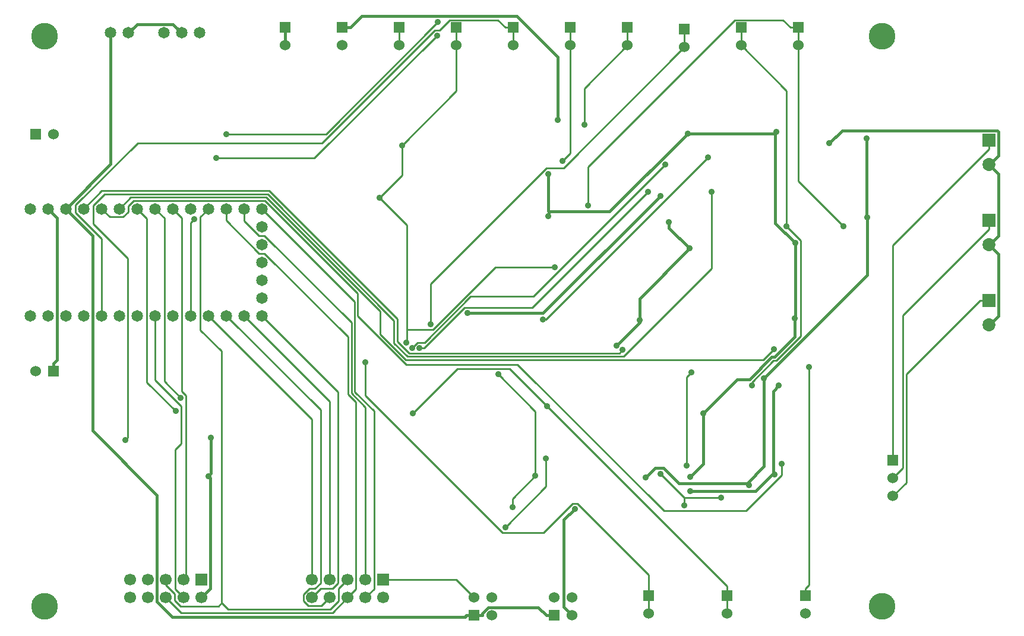
<source format=gbl>
%TF.GenerationSoftware,KiCad,Pcbnew,5.1.7-a382d34a8~87~ubuntu18.04.1*%
%TF.CreationDate,2023-02-22T17:15:09-08:00*%
%TF.ProjectId,potentiostat,706f7465-6e74-4696-9f73-7461742e6b69,rev?*%
%TF.SameCoordinates,Original*%
%TF.FileFunction,Copper,L2,Bot*%
%TF.FilePolarity,Positive*%
%FSLAX46Y46*%
G04 Gerber Fmt 4.6, Leading zero omitted, Abs format (unit mm)*
G04 Created by KiCad (PCBNEW 5.1.7-a382d34a8~87~ubuntu18.04.1) date 2023-02-22 17:15:09*
%MOMM*%
%LPD*%
G01*
G04 APERTURE LIST*
%TA.AperFunction,ComponentPad*%
%ADD10C,1.651000*%
%TD*%
%TA.AperFunction,ComponentPad*%
%ADD11R,1.524000X1.524000*%
%TD*%
%TA.AperFunction,ComponentPad*%
%ADD12C,1.524000*%
%TD*%
%TA.AperFunction,ComponentPad*%
%ADD13C,1.700000*%
%TD*%
%TA.AperFunction,ComponentPad*%
%ADD14R,1.700000X1.700000*%
%TD*%
%TA.AperFunction,ComponentPad*%
%ADD15C,3.810000*%
%TD*%
%TA.AperFunction,ComponentPad*%
%ADD16R,1.854200X1.854200*%
%TD*%
%TA.AperFunction,ComponentPad*%
%ADD17C,1.854200*%
%TD*%
%TA.AperFunction,ViaPad*%
%ADD18C,0.889000*%
%TD*%
%TA.AperFunction,Conductor*%
%ADD19C,0.381000*%
%TD*%
%TA.AperFunction,Conductor*%
%ADD20C,0.254000*%
%TD*%
G04 APERTURE END LIST*
D10*
%TO.P,U2,33*%
%TO.N,Net-(U2-Pad33)*%
X52540000Y-79180000D03*
%TO.P,U2,32*%
%TO.N,/GND*%
X55080000Y-79180000D03*
%TO.P,U2,31*%
%TO.N,/5V*%
X57620000Y-79180000D03*
%TO.P,U2,30*%
%TO.N,/SW_WRK_ELECT*%
X60160000Y-79180000D03*
%TO.P,U2,29*%
%TO.N,/SW_REF_ELECT*%
X62700000Y-79180000D03*
%TO.P,U2,28*%
%TO.N,/SW_CTR_ELECT*%
X65240000Y-79180000D03*
%TO.P,U2,27*%
%TO.N,/TIA_GAIN_A1*%
X67780000Y-79180000D03*
%TO.P,U2,26*%
%TO.N,/TIA_GAIN_A0*%
X70320000Y-79180000D03*
%TO.P,U2,25*%
%TO.N,/D7*%
X72860000Y-79180000D03*
%TO.P,U2,24*%
%TO.N,Net-(U2-Pad24)*%
X75400000Y-79180000D03*
%TO.P,U2,23*%
%TO.N,/SCL*%
X77940000Y-79180000D03*
%TO.P,U2,22*%
%TO.N,/SDA*%
X80480000Y-79180000D03*
%TO.P,U2,21*%
%TO.N,/TX_D1*%
X83020000Y-79180000D03*
%TO.P,U2,20*%
%TO.N,/RX_D0*%
X85560000Y-79180000D03*
%TO.P,U2,19*%
%TO.N,/DAC_GAIN_A1*%
X85560000Y-81720000D03*
%TO.P,U2,18*%
%TO.N,/DAC_GAIN_A0*%
X85560000Y-84260000D03*
%TO.P,U2,17*%
%TO.N,Net-(U2-Pad17)*%
X85560000Y-86800000D03*
%TO.P,U2,16*%
%TO.N,Net-(U2-Pad16)*%
X85560000Y-89340000D03*
%TO.P,U2,15*%
%TO.N,Net-(U2-Pad15)*%
X85560000Y-91880000D03*
%TO.P,U2,14*%
%TO.N,/CS*%
X85560000Y-94420000D03*
%TO.P,U2,13*%
%TO.N,/POCI*%
X83020000Y-94420000D03*
%TO.P,U2,12*%
%TO.N,/PICO*%
X80480000Y-94420000D03*
%TO.P,U2,11*%
%TO.N,/SCK*%
X77940000Y-94420000D03*
%TO.P,U2,10*%
%TO.N,/REF_GAIN_A1*%
X75400000Y-94420000D03*
%TO.P,U2,9*%
%TO.N,/REF_GAIN_A0*%
X72860000Y-94420000D03*
%TO.P,U2,8*%
%TO.N,/A3_D17*%
X70320000Y-94420000D03*
%TO.P,U2,7*%
%TO.N,/REF_ELECT_UNI*%
X67780000Y-94420000D03*
%TO.P,U2,6*%
%TO.N,/TIA_OUT_UNI*%
X65240000Y-94420000D03*
%TO.P,U2,5*%
%TO.N,/DAC_UNI*%
X62700000Y-94420000D03*
%TO.P,U2,4*%
%TO.N,Net-(U2-Pad4)*%
X60160000Y-94420000D03*
%TO.P,U2,3*%
%TO.N,Net-(U2-Pad3)*%
X57620000Y-94420000D03*
%TO.P,U2,2*%
%TO.N,/3V3*%
X55080000Y-94420000D03*
%TO.P,U2,1*%
%TO.N,Net-(U2-Pad1)*%
X52540000Y-94420000D03*
%TD*%
D11*
%TO.P,P5,1*%
%TO.N,/GND*%
X53340000Y-68580000D03*
D12*
%TO.P,P5,2*%
X55880000Y-68580000D03*
%TD*%
D11*
%TO.P,K1,1*%
%TO.N,/CTR_ELECT_OUT*%
X175514000Y-115062000D03*
D12*
%TO.P,K1,2*%
%TO.N,/REF_ELECT_OUT*%
X175514000Y-117602000D03*
%TO.P,K1,3*%
%TO.N,/WRK_ELECT_OUT*%
X175514000Y-120142000D03*
%TD*%
D13*
%TO.P,P14,10*%
%TO.N,/CS*%
X66802000Y-134620000D03*
%TO.P,P14,9*%
%TO.N,/SCK*%
X66802000Y-132080000D03*
%TO.P,P14,8*%
%TO.N,/PICO*%
X69342000Y-134620000D03*
%TO.P,P14,7*%
%TO.N,/POCI*%
X69342000Y-132080000D03*
%TO.P,P14,6*%
%TO.N,/SDA*%
X71882000Y-134620000D03*
%TO.P,P14,5*%
%TO.N,/SCL*%
X71882000Y-132080000D03*
%TO.P,P14,4*%
%TO.N,/A3_D17*%
X74422000Y-134620000D03*
%TO.P,P14,3*%
%TO.N,/D7*%
X74422000Y-132080000D03*
%TO.P,P14,2*%
%TO.N,/GND*%
X76962000Y-134620000D03*
D14*
%TO.P,P14,1*%
%TO.N,/VEXP*%
X76962000Y-132080000D03*
%TD*%
D13*
%TO.P,P13,10*%
%TO.N,/CS*%
X92710000Y-134620000D03*
%TO.P,P13,9*%
%TO.N,/SCK*%
X92710000Y-132080000D03*
%TO.P,P13,8*%
%TO.N,/PICO*%
X95250000Y-134620000D03*
%TO.P,P13,7*%
%TO.N,/POCI*%
X95250000Y-132080000D03*
%TO.P,P13,6*%
%TO.N,/SDA*%
X97790000Y-134620000D03*
%TO.P,P13,5*%
%TO.N,/SCL*%
X97790000Y-132080000D03*
%TO.P,P13,4*%
%TO.N,/RX_D0*%
X100330000Y-134620000D03*
%TO.P,P13,3*%
%TO.N,/TX_D1*%
X100330000Y-132080000D03*
%TO.P,P13,2*%
%TO.N,/GND*%
X102870000Y-134620000D03*
D14*
%TO.P,P13,1*%
%TO.N,/VUEXT*%
X102870000Y-132080000D03*
%TD*%
D11*
%TO.P,P7,1*%
%TO.N,/DAC_BIP*%
X129540000Y-53340000D03*
D12*
%TO.P,P7,2*%
X129540000Y-55880000D03*
%TD*%
D11*
%TO.P,P9,1*%
%TO.N,/DAC_BIP_NX*%
X137668000Y-53340000D03*
D12*
%TO.P,P9,2*%
X137668000Y-55880000D03*
%TD*%
D11*
%TO.P,P20,1*%
%TO.N,/CTR_ELECT*%
X163068000Y-134366000D03*
D12*
%TO.P,P20,2*%
X163068000Y-136906000D03*
%TD*%
%TO.P,P21,2*%
%TO.N,/REF_ELECT_UNI*%
X145796000Y-56134000D03*
D11*
%TO.P,P21,1*%
X145796000Y-53594000D03*
%TD*%
%TO.P,P19,1*%
%TO.N,/REF_ELECT_BUF*%
X153924000Y-53340000D03*
D12*
%TO.P,P19,2*%
X153924000Y-55880000D03*
%TD*%
D11*
%TO.P,P6,1*%
%TO.N,/DAC_UNI*%
X121412000Y-53340000D03*
D12*
%TO.P,P6,2*%
X121412000Y-55880000D03*
%TD*%
D11*
%TO.P,P10,1*%
%TO.N,/REF_1V65*%
X105156000Y-53340000D03*
D12*
%TO.P,P10,2*%
X105156000Y-55880000D03*
%TD*%
D11*
%TO.P,P12,1*%
%TO.N,/+15V*%
X97028000Y-53340000D03*
D12*
%TO.P,P12,2*%
X97028000Y-55880000D03*
%TD*%
D11*
%TO.P,P11,1*%
%TO.N,/-15V*%
X88900000Y-53340000D03*
D12*
%TO.P,P11,2*%
X88900000Y-55880000D03*
%TD*%
D11*
%TO.P,P4,1*%
%TO.N,/GND*%
X55880000Y-102362000D03*
D12*
%TO.P,P4,2*%
X53340000Y-102362000D03*
%TD*%
D11*
%TO.P,P18,1*%
%TO.N,/TIA_OUT_UNI*%
X140716000Y-134366000D03*
D12*
%TO.P,P18,2*%
X140716000Y-136906000D03*
%TD*%
D11*
%TO.P,P17,1*%
%TO.N,/TIA_OUT_BIP*%
X151892000Y-134366000D03*
D12*
%TO.P,P17,2*%
X151892000Y-136906000D03*
%TD*%
D11*
%TO.P,P8,1*%
%TO.N,/REF_NEG_1V65*%
X113284000Y-53340000D03*
D12*
%TO.P,P8,2*%
X113284000Y-55880000D03*
%TD*%
D11*
%TO.P,P16,1*%
%TO.N,/5V*%
X127254000Y-137160000D03*
D12*
%TO.P,P16,2*%
%TO.N,/VEXP*%
X127254000Y-134620000D03*
%TO.P,P16,3*%
%TO.N,/3V3*%
X129794000Y-137160000D03*
%TO.P,P16,4*%
%TO.N,/VEXP*%
X129794000Y-134620000D03*
%TD*%
D11*
%TO.P,P15,1*%
%TO.N,/5V*%
X115824000Y-137160000D03*
D12*
%TO.P,P15,2*%
%TO.N,/VUEXT*%
X115824000Y-134620000D03*
%TO.P,P15,3*%
%TO.N,/3V3*%
X118364000Y-137160000D03*
%TO.P,P15,4*%
%TO.N,/VUEXT*%
X118364000Y-134620000D03*
%TD*%
D15*
%TO.P,H3,*%
%TO.N,*%
X173990000Y-135890000D03*
%TD*%
%TO.P,H4,*%
%TO.N,*%
X54610000Y-135890000D03*
%TD*%
%TO.P,H1,*%
%TO.N,*%
X54610000Y-54610000D03*
%TD*%
%TO.P,H2,*%
%TO.N,*%
X173990000Y-54610000D03*
%TD*%
D11*
%TO.P,P22,1*%
%TO.N,/REF_ELECT_BIP*%
X162052000Y-53340000D03*
D12*
%TO.P,P22,2*%
X162052000Y-55880000D03*
%TD*%
D10*
%TO.P,U6,1*%
%TO.N,/5V*%
X64008000Y-54102000D03*
%TO.P,U6,2*%
%TO.N,/GND*%
X66548000Y-54102000D03*
%TO.P,U6,4*%
%TO.N,/-15V*%
X71628000Y-54102000D03*
%TO.P,U6,5*%
%TO.N,/GND*%
X74168000Y-54102000D03*
%TO.P,U6,6*%
%TO.N,/+15V*%
X76708000Y-54102000D03*
%TD*%
D16*
%TO.P,P1,1*%
%TO.N,/CTR_ELECT_OUT*%
X189230000Y-69369940D03*
D17*
%TO.P,P1,2*%
%TO.N,/GND*%
X189230000Y-72870060D03*
%TD*%
%TO.P,P2,2*%
%TO.N,/GND*%
X189230000Y-84300060D03*
D16*
%TO.P,P2,1*%
%TO.N,/REF_ELECT_OUT*%
X189230000Y-80799940D03*
%TD*%
%TO.P,P3,1*%
%TO.N,/WRK_ELECT_OUT*%
X189230000Y-92229940D03*
D17*
%TO.P,P3,2*%
%TO.N,/GND*%
X189230000Y-95730060D03*
%TD*%
D18*
%TO.N,/3V3*%
X130176000Y-121935500D03*
X142366200Y-77313000D03*
X114864700Y-94014300D03*
%TO.N,/CTR_ELECT*%
X163539000Y-101727000D03*
%TO.N,/DAC_BIP*%
X128422800Y-72383600D03*
%TO.N,/DAC_BIP_NX*%
X131541400Y-67204600D03*
%TO.N,/GND*%
X146558000Y-84836000D03*
X136080100Y-98660100D03*
X139391200Y-95065900D03*
X146612500Y-119389300D03*
X143605100Y-81037000D03*
X158612100Y-117075300D03*
X78333900Y-111809700D03*
X77958200Y-117280900D03*
X159253900Y-104362300D03*
X166466900Y-69850000D03*
%TO.N,/REF_ELECT_BUF*%
X160378800Y-81660900D03*
X155392800Y-104338200D03*
%TO.N,/REF_ELECT_UNI*%
X109603200Y-95616100D03*
%TO.N,/TIA_OUT_BIP*%
X107040800Y-108349400D03*
X126174000Y-107291700D03*
%TO.N,/TIA_OUT_UNI*%
X100347400Y-101074600D03*
%TO.N,/WRK_ELECT*%
X142375000Y-116993100D03*
X145807200Y-121479400D03*
X150996400Y-120396000D03*
%TO.N,/-15V*%
X161521800Y-94779600D03*
X148498100Y-108349600D03*
X161579600Y-84071500D03*
X126422800Y-80264000D03*
X146263800Y-68432000D03*
X126398600Y-74238600D03*
X146607000Y-117396600D03*
X158901300Y-68242500D03*
%TO.N,/+15V*%
X140265500Y-117488100D03*
X171800400Y-69128900D03*
X154982000Y-118548300D03*
X127721900Y-66548000D03*
X157116900Y-103339900D03*
X171873100Y-80391000D03*
%TO.N,/REF_ELECT_BIP*%
X168469300Y-81661000D03*
X132086300Y-78713400D03*
%TO.N,Net-(R27-Pad2)*%
X121265400Y-121675500D03*
X124555200Y-117220800D03*
X119252400Y-102777400D03*
%TO.N,/SW_GAIN_1X*%
X125629900Y-94924000D03*
X149149900Y-71805100D03*
%TO.N,/SW_GAIN_2X*%
X143026700Y-72895300D03*
X106958800Y-99005800D03*
%TO.N,/SW_GAIN_5X*%
X108051400Y-99005800D03*
X140627600Y-76747400D03*
%TO.N,/SW_GAIN_10X*%
X149706000Y-76759800D03*
X66127000Y-112141000D03*
%TO.N,/REF_GAIN_A1*%
X75914800Y-80665800D03*
%TO.N,/SW_WRK_ELECT*%
X137000800Y-99284700D03*
%TO.N,/SW_REF_ELECT*%
X159690100Y-115559900D03*
%TO.N,/SW_CTR_ELECT*%
X158588400Y-99174300D03*
%TO.N,/TIA_GAIN_A1*%
X73280000Y-108005100D03*
%TO.N,/TIA_GAIN_A0*%
X73965400Y-106102200D03*
%TO.N,/SW_GAIN_INV_1X*%
X80529200Y-68501500D03*
X110676600Y-52551100D03*
%TO.N,/SW_GAIN_INV_5X*%
X79073900Y-71960500D03*
X110513400Y-54457300D03*
%TO.N,/SW_TIA_GAIN_4*%
X120255400Y-124546800D03*
X126054600Y-114765800D03*
%TO.N,Net-(U7-Pad10)*%
X146755200Y-102489000D03*
X146090900Y-115767200D03*
%TO.N,/REF_NEG_1V65*%
X127305600Y-87482800D03*
X106161000Y-98258300D03*
X105554400Y-70119800D03*
X102309100Y-77585400D03*
%TD*%
D19*
%TO.N,/3V3*%
X129794000Y-137160000D02*
X128603400Y-135969400D01*
X128603400Y-135969400D02*
X128603400Y-123508100D01*
X128603400Y-123508100D02*
X130176000Y-121935500D01*
X114864700Y-94014300D02*
X125664900Y-94014300D01*
X125664900Y-94014300D02*
X142366200Y-77313000D01*
%TO.N,/5V*%
X64008000Y-54102000D02*
X64008000Y-72792000D01*
X64008000Y-72792000D02*
X57620000Y-79180000D01*
X57620000Y-79180000D02*
X61430000Y-82990000D01*
X61430000Y-82990000D02*
X61430000Y-110800900D01*
X61430000Y-110800900D02*
X70612000Y-119982900D01*
X70612000Y-119982900D02*
X70612000Y-135143300D01*
X70612000Y-135143300D02*
X72805800Y-137337100D01*
X72805800Y-137337100D02*
X114490900Y-137337100D01*
X114490900Y-137337100D02*
X114668000Y-137160000D01*
X115824000Y-137160000D02*
X114668000Y-137160000D01*
X116402000Y-137160000D02*
X115824000Y-137160000D01*
X116402000Y-137160000D02*
X116980000Y-137160000D01*
X127254000Y-137160000D02*
X126098000Y-137160000D01*
X116980000Y-137160000D02*
X116980000Y-136871000D01*
X116980000Y-136871000D02*
X117847000Y-136004000D01*
X117847000Y-136004000D02*
X124942000Y-136004000D01*
X124942000Y-136004000D02*
X126098000Y-137160000D01*
D20*
%TO.N,/CS*%
X92710000Y-134620000D02*
X93980000Y-133350000D01*
X93980000Y-133350000D02*
X95683100Y-133350000D01*
X95683100Y-133350000D02*
X96448500Y-132584600D01*
X96448500Y-132584600D02*
X96448500Y-105308500D01*
X96448500Y-105308500D02*
X85560000Y-94420000D01*
%TO.N,/CTR_ELECT*%
X163068000Y-133273500D02*
X163539000Y-132802500D01*
X163539000Y-132802500D02*
X163539000Y-101727000D01*
X163068000Y-133819700D02*
X163068000Y-134366000D01*
X163068000Y-133819700D02*
X163068000Y-133273500D01*
%TO.N,/DAC_BIP*%
X129540000Y-55880000D02*
X129540000Y-71266400D01*
X129540000Y-71266400D02*
X128422800Y-72383600D01*
X129540000Y-53340000D02*
X129540000Y-55880000D01*
%TO.N,/DAC_BIP_NX*%
X137668000Y-55880000D02*
X131541400Y-62006600D01*
X131541400Y-62006600D02*
X131541400Y-67204600D01*
X137668000Y-53340000D02*
X137668000Y-55880000D01*
%TO.N,/DAC_UNI*%
X120319500Y-53340000D02*
X119226900Y-52247400D01*
X119226900Y-52247400D02*
X112356500Y-52247400D01*
X112356500Y-52247400D02*
X110921600Y-53682300D01*
X110921600Y-53682300D02*
X110192500Y-53682300D01*
X110192500Y-53682300D02*
X94103600Y-69771200D01*
X94103600Y-69771200D02*
X67869400Y-69771200D01*
X67869400Y-69771200D02*
X59002100Y-78638500D01*
X59002100Y-78638500D02*
X59002100Y-79737500D01*
X59002100Y-79737500D02*
X62700000Y-83435400D01*
X62700000Y-83435400D02*
X62700000Y-94420000D01*
X121412000Y-53340000D02*
X120319500Y-53340000D01*
X121412000Y-55880000D02*
X121412000Y-53340000D01*
D19*
%TO.N,/GND*%
X146558000Y-84836000D02*
X139391200Y-92002800D01*
X139391200Y-92002800D02*
X139391200Y-95065900D01*
X143605100Y-81037000D02*
X143605100Y-81883100D01*
X143605100Y-81883100D02*
X146558000Y-84836000D01*
X189230000Y-84300100D02*
X190551200Y-85621300D01*
X190551200Y-85621300D02*
X190551200Y-94408900D01*
X190551200Y-94408900D02*
X189230000Y-95730100D01*
X189230000Y-84300100D02*
X190551200Y-82978900D01*
X190551200Y-82978900D02*
X190551200Y-74191300D01*
X190551200Y-74191300D02*
X189230000Y-72870100D01*
X139391200Y-95065900D02*
X139391200Y-95349000D01*
X139391200Y-95349000D02*
X136080100Y-98660100D01*
X55880000Y-102362000D02*
X55880000Y-101206000D01*
X55080000Y-79180000D02*
X56350000Y-80450000D01*
X56350000Y-80450000D02*
X56350000Y-100736000D01*
X56350000Y-100736000D02*
X55880000Y-101206000D01*
X158441800Y-116905000D02*
X158441800Y-105174400D01*
X158441800Y-105174400D02*
X159253900Y-104362300D01*
X158612100Y-117075300D02*
X158441800Y-116905000D01*
X158441800Y-116905000D02*
X155957500Y-119389300D01*
X155957500Y-119389300D02*
X146612500Y-119389300D01*
X74168000Y-54102000D02*
X72908800Y-52842800D01*
X72908800Y-52842800D02*
X67807200Y-52842800D01*
X67807200Y-52842800D02*
X66548000Y-54102000D01*
X77958200Y-117280900D02*
X78333900Y-116905200D01*
X78333900Y-116905200D02*
X78333900Y-111809700D01*
X76962000Y-134620000D02*
X78240000Y-133342000D01*
X78240000Y-133342000D02*
X78240000Y-117562700D01*
X78240000Y-117562700D02*
X77958200Y-117280900D01*
X189230000Y-72870100D02*
X190551200Y-71548900D01*
X190551200Y-71548900D02*
X190551200Y-68211400D01*
X190551200Y-68211400D02*
X190366600Y-68026800D01*
X190366600Y-68026800D02*
X168290100Y-68026800D01*
X168290100Y-68026800D02*
X166466900Y-69850000D01*
D20*
%TO.N,/REF_ELECT_BUF*%
X155392800Y-104338200D02*
X155392800Y-103946300D01*
X155392800Y-103946300D02*
X158513000Y-100826100D01*
X158513000Y-100826100D02*
X158906100Y-100826100D01*
X158906100Y-100826100D02*
X162397200Y-97335000D01*
X162397200Y-97335000D02*
X162397200Y-83679300D01*
X162397200Y-83679300D02*
X160378800Y-81660900D01*
X153924000Y-55880000D02*
X160378800Y-62334800D01*
X160378800Y-62334800D02*
X160378800Y-81660900D01*
X153924000Y-55880000D02*
X153924000Y-53340000D01*
%TO.N,/REF_ELECT_UNI*%
X145796000Y-56134000D02*
X145796000Y-53594000D01*
X109603200Y-95616100D02*
X109603200Y-89873900D01*
X109603200Y-89873900D02*
X126091800Y-73385300D01*
X126091800Y-73385300D02*
X128544700Y-73385300D01*
X128544700Y-73385300D02*
X145796000Y-56134000D01*
%TO.N,/SCK*%
X92710000Y-132080000D02*
X92710000Y-109190000D01*
X92710000Y-109190000D02*
X77940000Y-94420000D01*
%TO.N,/SCL*%
X79812800Y-135369600D02*
X79812800Y-99484400D01*
X79812800Y-99484400D02*
X76783900Y-96455500D01*
X76783900Y-96455500D02*
X76783900Y-80336100D01*
X76783900Y-80336100D02*
X77940000Y-79180000D01*
X71882000Y-132080000D02*
X71882000Y-132838800D01*
X71882000Y-132838800D02*
X73152000Y-134108800D01*
X73152000Y-134108800D02*
X73152000Y-135023200D01*
X73152000Y-135023200D02*
X73955900Y-135827100D01*
X73955900Y-135827100D02*
X79355300Y-135827100D01*
X79355300Y-135827100D02*
X79812800Y-135369600D01*
X97790000Y-132080000D02*
X96520000Y-133350000D01*
X96520000Y-133350000D02*
X96520000Y-135068200D01*
X96520000Y-135068200D02*
X95278800Y-136309400D01*
X95278800Y-136309400D02*
X80752600Y-136309400D01*
X80752600Y-136309400D02*
X79812800Y-135369600D01*
%TO.N,/SDA*%
X80480000Y-79180000D02*
X80480000Y-80818400D01*
X80480000Y-80818400D02*
X85191600Y-85530000D01*
X85191600Y-85530000D02*
X85951700Y-85530000D01*
X85951700Y-85530000D02*
X97868800Y-97447100D01*
X97868800Y-97447100D02*
X97868800Y-105636800D01*
X97868800Y-105636800D02*
X98980600Y-106748600D01*
X98980600Y-106748600D02*
X98980600Y-133429400D01*
X98980600Y-133429400D02*
X97790000Y-134620000D01*
X71882000Y-134620000D02*
X74029400Y-136767400D01*
X74029400Y-136767400D02*
X95642600Y-136767400D01*
X95642600Y-136767400D02*
X97790000Y-134620000D01*
%TO.N,/TIA_OUT_BIP*%
X107040800Y-108349400D02*
X113419600Y-101970600D01*
X113419600Y-101970600D02*
X120852900Y-101970600D01*
X120852900Y-101970600D02*
X126174000Y-107291700D01*
X126174000Y-107291700D02*
X151892000Y-133009700D01*
X151892000Y-133009700D02*
X151892000Y-133273500D01*
X151892000Y-134366000D02*
X151892000Y-133273500D01*
X151892000Y-136906000D02*
X151892000Y-134366000D01*
%TO.N,/TIA_OUT_UNI*%
X140716000Y-134366000D02*
X140716000Y-131371800D01*
X140716000Y-131371800D02*
X130504700Y-121160500D01*
X130504700Y-121160500D02*
X129855100Y-121160500D01*
X129855100Y-121160500D02*
X125693700Y-125321900D01*
X125693700Y-125321900D02*
X119860900Y-125321900D01*
X119860900Y-125321900D02*
X100347400Y-105808400D01*
X100347400Y-105808400D02*
X100347400Y-101074600D01*
X140716000Y-136906000D02*
X140716000Y-134366000D01*
%TO.N,/VUEXT*%
X102870000Y-132080000D02*
X113284000Y-132080000D01*
X113284000Y-132080000D02*
X115824000Y-134620000D01*
%TO.N,/WRK_ELECT*%
X145807200Y-120396000D02*
X145807200Y-121479400D01*
X145807200Y-120396000D02*
X145777900Y-120396000D01*
X145777900Y-120396000D02*
X142375000Y-116993100D01*
X150996400Y-120396000D02*
X145807200Y-120396000D01*
D19*
%TO.N,/-15V*%
X148498100Y-108349600D02*
X153348100Y-103499600D01*
X153348100Y-103499600D02*
X155051300Y-103499600D01*
X155051300Y-103499600D02*
X158245800Y-100305100D01*
X158245800Y-100305100D02*
X158666900Y-100305100D01*
X158666900Y-100305100D02*
X161521800Y-97450200D01*
X161521800Y-97450200D02*
X161521800Y-94779600D01*
X146607000Y-117396600D02*
X148498100Y-115505500D01*
X148498100Y-115505500D02*
X148498100Y-108349600D01*
X158721500Y-68432000D02*
X158721500Y-81213400D01*
X158721500Y-81213400D02*
X161579600Y-84071500D01*
X161579600Y-84071500D02*
X161579600Y-94721800D01*
X161579600Y-94721800D02*
X161521800Y-94779600D01*
X158721500Y-68432000D02*
X158721500Y-68422300D01*
X158721500Y-68422300D02*
X158901300Y-68242500D01*
X126497000Y-79572900D02*
X126497000Y-80189800D01*
X126497000Y-80189800D02*
X126422800Y-80264000D01*
X126398600Y-74238600D02*
X126398600Y-79474500D01*
X126398600Y-79474500D02*
X126497000Y-79572900D01*
X126497000Y-79572900D02*
X135122900Y-79572900D01*
X135122900Y-79572900D02*
X146263800Y-68432000D01*
X146263800Y-68432000D02*
X158721500Y-68432000D01*
X88900000Y-55880000D02*
X88900000Y-53340000D01*
%TO.N,/+15V*%
X157116900Y-103339900D02*
X157129100Y-103339900D01*
X157129100Y-103339900D02*
X171873100Y-88595900D01*
X171873100Y-88595900D02*
X171873100Y-80391000D01*
X154730300Y-118296600D02*
X144997200Y-118296600D01*
X144997200Y-118296600D02*
X142826700Y-116126100D01*
X142826700Y-116126100D02*
X141627500Y-116126100D01*
X141627500Y-116126100D02*
X140265500Y-117488100D01*
X154982000Y-118548300D02*
X154730300Y-118296600D01*
X154730300Y-118296600D02*
X157116900Y-115910000D01*
X157116900Y-115910000D02*
X157116900Y-103339900D01*
X171873100Y-80391000D02*
X171800400Y-80318300D01*
X171800400Y-80318300D02*
X171800400Y-69128900D01*
X98184000Y-53340000D02*
X99822400Y-51701600D01*
X99822400Y-51701600D02*
X121910700Y-51701600D01*
X121910700Y-51701600D02*
X127721900Y-57512800D01*
X127721900Y-57512800D02*
X127721900Y-66548000D01*
X97028000Y-53340000D02*
X98184000Y-53340000D01*
D20*
%TO.N,/WRK_ELECT_OUT*%
X189230000Y-92229900D02*
X187972400Y-92229900D01*
X187972400Y-92229900D02*
X177459400Y-102742900D01*
X177459400Y-102742900D02*
X177459400Y-118196600D01*
X177459400Y-118196600D02*
X175514000Y-120142000D01*
%TO.N,/REF_ELECT_OUT*%
X175514000Y-117602000D02*
X176961400Y-116154600D01*
X176961400Y-116154600D02*
X176961400Y-94326100D01*
X176961400Y-94326100D02*
X189230000Y-82057500D01*
X189230000Y-80799900D02*
X189230000Y-82057500D01*
%TO.N,/CTR_ELECT_OUT*%
X189230000Y-69369900D02*
X189230000Y-70627500D01*
X189230000Y-70627500D02*
X175514000Y-84343500D01*
X175514000Y-84343500D02*
X175514000Y-115062000D01*
%TO.N,/REF_ELECT_BIP*%
X162052000Y-55880000D02*
X162052000Y-75243700D01*
X162052000Y-75243700D02*
X168469300Y-81661000D01*
X160959500Y-53340000D02*
X159866900Y-52247400D01*
X159866900Y-52247400D02*
X153006600Y-52247400D01*
X153006600Y-52247400D02*
X132086300Y-73167700D01*
X132086300Y-73167700D02*
X132086300Y-78713400D01*
X162052000Y-55880000D02*
X162052000Y-53340000D01*
X162052000Y-53340000D02*
X160959500Y-53340000D01*
%TO.N,Net-(R27-Pad2)*%
X124555200Y-117220800D02*
X121265400Y-120510600D01*
X121265400Y-120510600D02*
X121265400Y-121675500D01*
X119252400Y-102777400D02*
X124555200Y-108080200D01*
X124555200Y-108080200D02*
X124555200Y-117220800D01*
%TO.N,/SW_GAIN_1X*%
X149149900Y-71805100D02*
X126031100Y-94923900D01*
X126031100Y-94923900D02*
X125629900Y-94923900D01*
X125629900Y-94923900D02*
X125629900Y-94924000D01*
%TO.N,/SW_GAIN_2X*%
X106958800Y-99005800D02*
X106958800Y-99002400D01*
X106958800Y-99002400D02*
X107730400Y-98230800D01*
X107730400Y-98230800D02*
X108768500Y-98230800D01*
X108768500Y-98230800D02*
X115307400Y-91691900D01*
X115307400Y-91691900D02*
X124230100Y-91691900D01*
X124230100Y-91691900D02*
X143026700Y-72895300D01*
%TO.N,/SW_GAIN_5X*%
X140627600Y-76747400D02*
X124135700Y-93239300D01*
X124135700Y-93239300D02*
X114443900Y-93239300D01*
X114443900Y-93239300D02*
X108677400Y-99005800D01*
X108677400Y-99005800D02*
X108051400Y-99005800D01*
%TO.N,/SW_GAIN_10X*%
X149706000Y-76759800D02*
X149706000Y-87710500D01*
X149706000Y-87710500D02*
X137178100Y-100238400D01*
X137178100Y-100238400D02*
X106289900Y-100238400D01*
X106289900Y-100238400D02*
X104402000Y-98350500D01*
X104402000Y-98350500D02*
X104402000Y-95088600D01*
X104402000Y-95088600D02*
X86381500Y-77068100D01*
X86381500Y-77068100D02*
X63152600Y-77068100D01*
X63152600Y-77068100D02*
X61538300Y-78682400D01*
X61538300Y-78682400D02*
X61538300Y-81364000D01*
X61538300Y-81364000D02*
X66431300Y-86257000D01*
X66431300Y-86257000D02*
X66431300Y-111836700D01*
X66431300Y-111836700D02*
X66127000Y-112141000D01*
%TO.N,/REF_GAIN_A1*%
X75400000Y-94420000D02*
X75400000Y-81180600D01*
X75400000Y-81180600D02*
X75914800Y-80665800D01*
%TO.N,/SW_WRK_ELECT*%
X137000800Y-99284700D02*
X136504600Y-99780900D01*
X136504600Y-99780900D02*
X106580300Y-99780900D01*
X106580300Y-99780900D02*
X104859500Y-98060100D01*
X104859500Y-98060100D02*
X104859500Y-94899100D01*
X104859500Y-94899100D02*
X86571000Y-76610600D01*
X86571000Y-76610600D02*
X62729400Y-76610600D01*
X62729400Y-76610600D02*
X60160000Y-79180000D01*
%TO.N,/SW_REF_ELECT*%
X62700000Y-79180000D02*
X63868300Y-80348300D01*
X63868300Y-80348300D02*
X65754500Y-80348300D01*
X65754500Y-80348300D02*
X66510000Y-79592800D01*
X66510000Y-79592800D02*
X66510000Y-78763600D01*
X66510000Y-78763600D02*
X67290500Y-77983100D01*
X67290500Y-77983100D02*
X86002500Y-77983100D01*
X86002500Y-77983100D02*
X99241400Y-91222000D01*
X99241400Y-91222000D02*
X99241400Y-94487100D01*
X99241400Y-94487100D02*
X106136400Y-101382100D01*
X106136400Y-101382100D02*
X121987600Y-101382100D01*
X121987600Y-101382100D02*
X142863900Y-122258400D01*
X142863900Y-122258400D02*
X154573400Y-122258400D01*
X154573400Y-122258400D02*
X159690100Y-117141700D01*
X159690100Y-117141700D02*
X159690100Y-115559900D01*
%TO.N,/SW_CTR_ELECT*%
X158588400Y-99174300D02*
X157066700Y-100696000D01*
X157066700Y-100696000D02*
X106097300Y-100696000D01*
X106097300Y-100696000D02*
X102438200Y-97036900D01*
X102438200Y-97036900D02*
X102438200Y-93771800D01*
X102438200Y-93771800D02*
X86192000Y-77525600D01*
X86192000Y-77525600D02*
X66894400Y-77525600D01*
X66894400Y-77525600D02*
X65240000Y-79180000D01*
%TO.N,/TIA_GAIN_A1*%
X73280000Y-108005100D02*
X69164000Y-103889100D01*
X69164000Y-103889100D02*
X69164000Y-80564000D01*
X69164000Y-80564000D02*
X67780000Y-79180000D01*
%TO.N,/TIA_GAIN_A0*%
X70320000Y-79180000D02*
X71648700Y-80508700D01*
X71648700Y-80508700D02*
X71648700Y-103785500D01*
X71648700Y-103785500D02*
X73965400Y-106102200D01*
%TO.N,/SW_GAIN_INV_1X*%
X110676600Y-52551100D02*
X94726200Y-68501500D01*
X94726200Y-68501500D02*
X80529200Y-68501500D01*
%TO.N,/SW_GAIN_INV_5X*%
X110513400Y-54457300D02*
X93010200Y-71960500D01*
X93010200Y-71960500D02*
X79073900Y-71960500D01*
%TO.N,/SW_TIA_GAIN_4*%
X126054600Y-114765800D02*
X126054600Y-118747600D01*
X126054600Y-118747600D02*
X120255400Y-124546800D01*
%TO.N,Net-(U7-Pad10)*%
X146090900Y-115767200D02*
X146090900Y-103153300D01*
X146090900Y-103153300D02*
X146755200Y-102489000D01*
%TO.N,/PICO*%
X80480000Y-94420000D02*
X93926100Y-107866100D01*
X93926100Y-107866100D02*
X93926100Y-132541900D01*
X93926100Y-132541900D02*
X93118000Y-133350000D01*
X93118000Y-133350000D02*
X92309400Y-133350000D01*
X92309400Y-133350000D02*
X91493200Y-134166200D01*
X91493200Y-134166200D02*
X91493200Y-135098200D01*
X91493200Y-135098200D02*
X92196100Y-135801100D01*
X92196100Y-135801100D02*
X94068900Y-135801100D01*
X94068900Y-135801100D02*
X95250000Y-134620000D01*
%TO.N,/POCI*%
X95250000Y-132080000D02*
X95250000Y-106650000D01*
X95250000Y-106650000D02*
X83020000Y-94420000D01*
%TO.N,/RX_D0*%
X85560000Y-79180000D02*
X98783800Y-92403800D01*
X98783800Y-92403800D02*
X98783800Y-105257700D01*
X98783800Y-105257700D02*
X101548000Y-108021900D01*
X101548000Y-108021900D02*
X101548000Y-133402000D01*
X101548000Y-133402000D02*
X100330000Y-134620000D01*
%TO.N,/TX_D1*%
X83020000Y-79180000D02*
X83020000Y-80871100D01*
X83020000Y-80871100D02*
X85138900Y-82990000D01*
X85138900Y-82990000D02*
X85927500Y-82990000D01*
X85927500Y-82990000D02*
X98326300Y-95388800D01*
X98326300Y-95388800D02*
X98326300Y-105447200D01*
X98326300Y-105447200D02*
X100330000Y-107450900D01*
X100330000Y-107450900D02*
X100330000Y-132080000D01*
%TO.N,/A3_D17*%
X74422000Y-134620000D02*
X73225100Y-133423100D01*
X73225100Y-133423100D02*
X73225100Y-113493300D01*
X73225100Y-113493300D02*
X74068800Y-112649600D01*
X74068800Y-112649600D02*
X74068800Y-107301800D01*
X74068800Y-107301800D02*
X70320000Y-103553000D01*
X70320000Y-103553000D02*
X70320000Y-94420000D01*
%TO.N,/D7*%
X74422000Y-132080000D02*
X74740400Y-131761600D01*
X74740400Y-131761600D02*
X74740400Y-105781200D01*
X74740400Y-105781200D02*
X74130000Y-105170800D01*
X74130000Y-105170800D02*
X74130000Y-80450000D01*
X74130000Y-80450000D02*
X72860000Y-79180000D01*
%TO.N,/REF_NEG_1V65*%
X106226700Y-96393700D02*
X106226700Y-98192600D01*
X106226700Y-98192600D02*
X106161000Y-98258300D01*
X102309100Y-77585400D02*
X106226700Y-81503000D01*
X106226700Y-81503000D02*
X106226700Y-96393700D01*
X106226700Y-96393700D02*
X109958400Y-96393700D01*
X109958400Y-96393700D02*
X118869300Y-87482800D01*
X118869300Y-87482800D02*
X127305600Y-87482800D01*
X113284000Y-55880000D02*
X113284000Y-62390200D01*
X113284000Y-62390200D02*
X105554400Y-70119800D01*
X102309100Y-77585400D02*
X105554400Y-74340100D01*
X105554400Y-74340100D02*
X105554400Y-70119800D01*
X113284000Y-55880000D02*
X113284000Y-53340000D01*
%TO.N,/REF_1V65*%
X105156000Y-53340000D02*
X105156000Y-55880000D01*
%TD*%
M02*

</source>
